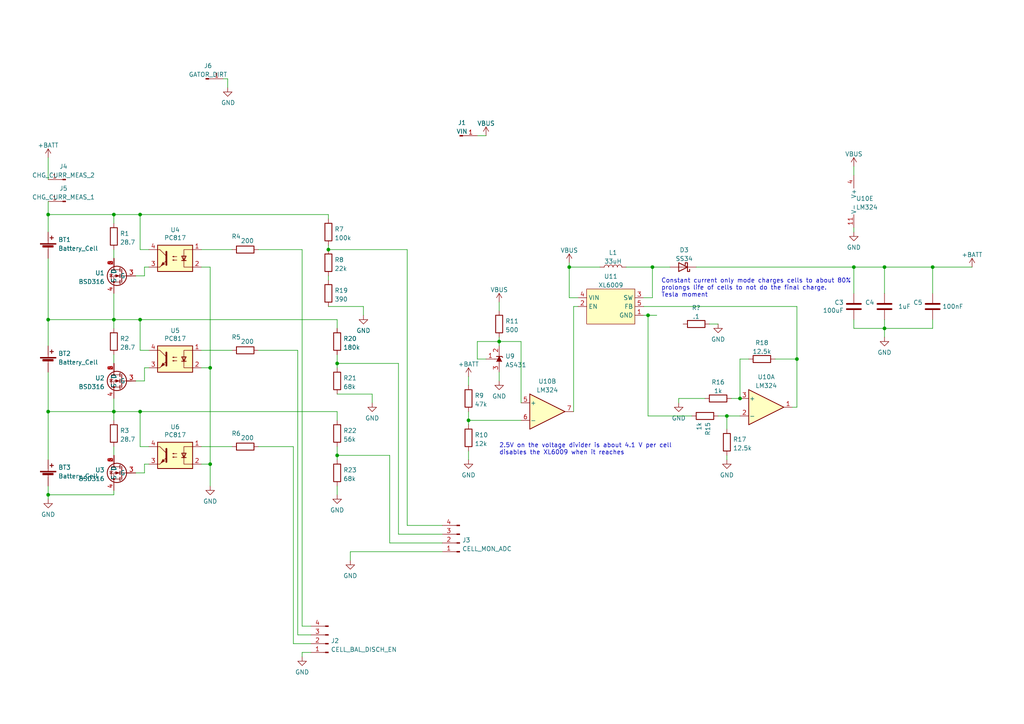
<source format=kicad_sch>
(kicad_sch (version 20211123) (generator eeschema)
  (paper "A4")
  (lib_symbols
    (symbol "1KicadLib:AS431"
      (property "Reference" "U" (at -5.08 -3.81 0))
      (property "Value" "AS431" (at -7.62 6.35 0))
      (symbol "AS431_0_1"
        (polyline (pts (xy -0.762 -0.762) (xy 0 0.762) (xy 0.762 -0.762)) (fill (type outline)))
        (polyline (pts (xy 0 -1.27) (xy 0 0) (xy 0 1.27)))
        (polyline (pts (xy 1.016 0.508) (xy 0.762 0.762) (xy -0.762 0.762) (xy -0.762 0.762)) (stroke (width 0.254)))
      )
      (symbol "AS431_1_1"
        (polyline (pts (xy -1.27 0) (xy 0 0)))
        (pin passive line (at -3.81 0 0) (length 2.54) (name "") (number "1"))
        (pin passive line (at 0 3.81 270) (length 2.54) (name "") (number "2"))
        (pin passive line (at 0 -3.81 90) (length 2.54) (name "") (number "3"))
      )
    )
    (symbol "1KicadLib:BSD316"
      (property "Reference" "U" (at -5.08 -3.81 0))
      (property "Value" "BSD316" (at -7.62 6.35 0))
      (symbol "BSD316_0_1"
        (circle (center -0.889 0) (radius 2.794) (stroke (width 0.254)))
        (circle (center 0 -1.778) (radius 0.254) (fill (type outline)))
        (polyline (pts (xy -2.286 0) (xy -5.08 0)))
        (polyline (pts (xy -2.286 1.905) (xy -2.286 -1.905)) (stroke (width 0.254)))
        (polyline (pts (xy -1.778 -1.27) (xy -1.778 -2.286)) (stroke (width 0.254)))
        (polyline (pts (xy -1.778 0.508) (xy -1.778 -0.508)) (stroke (width 0.254)))
        (polyline (pts (xy -1.778 2.286) (xy -1.778 1.27)) (stroke (width 0.254)))
        (polyline (pts (xy 0 2.54) (xy 0 1.778)))
        (polyline (pts (xy 0 -2.54) (xy 0 0) (xy -1.778 0)))
        (polyline (pts (xy -1.778 -1.778) (xy 0.762 -1.778) (xy 0.762 1.778) (xy -1.778 1.778)))
        (polyline (pts (xy -1.524 0) (xy -0.508 0.381) (xy -0.508 -0.381) (xy -1.524 0)) (fill (type outline)))
        (polyline (pts (xy 0.254 0.508) (xy 0.381 0.381) (xy 1.143 0.381) (xy 1.27 0.254)))
        (polyline (pts (xy 0.762 0.381) (xy 0.381 -0.254) (xy 1.143 -0.254) (xy 0.762 0.381)))
        (circle (center 0 1.778) (radius 0.254) (fill (type outline)))
      )
      (symbol "BSD316_1_1"
        (pin passive line (at 0 5.08 270) (length 2.54) (name "D") (number "1"))
        (pin passive line (at 0 5.08 270) (length 2.54) (name "D") (number "2"))
        (pin input line (at -6.35 0 0) (length 2.54) (name "G") (number "3"))
        (pin passive line (at 0 -5.08 90) (length 2.54) (name "S") (number "4"))
        (pin passive line (at 0 5.08 270) (length 2.54) (name "D") (number "5"))
        (pin passive line (at 0 5.08 270) (length 2.54) (name "D") (number "6"))
      )
    )
    (symbol "1KicadLib:XL6009"
      (property "Reference" "U?" (at 0.635 12.539 0))
      (property "Value" "XL6009" (at 0.635 10.0021 0))
      (symbol "XL6009_0_1"
        (rectangle (start -6.35 8.89) (end 7.62 -1.27) (stroke (width 0.1524)) (fill (type background)))
      )
      (symbol "XL6009_1_1"
        (pin input line (at 10.16 1.27 180) (length 2.54) (name "GND") (number "1"))
        (pin input line (at -8.89 3.81 0) (length 2.54) (name "EN") (number "2"))
        (pin input line (at 10.16 6.35 180) (length 2.54) (name "SW") (number "3"))
        (pin input line (at -8.89 6.35 0) (length 2.54) (name "VIN") (number "4"))
        (pin input line (at 10.16 3.81 180) (length 2.54) (name "FB") (number "5"))
      )
    )
    (symbol "Amplifier_Operational:LM324" (pin_names (offset 0.127))
      (property "Reference" "U" (at 0 5.08 0))
      (property "Value" "LM324" (at 0 -5.08 0))
      (symbol "LM324_1_1"
        (polyline (pts (xy -5.08 5.08) (xy 5.08 0) (xy -5.08 -5.08) (xy -5.08 5.08)) (stroke (width 0.254)) (fill (type background)))
        (pin output line (at 7.62 0 180) (length 2.54) (name "~") (number "1"))
        (pin input line (at -7.62 -2.54 0) (length 2.54) (name "-") (number "2"))
        (pin input line (at -7.62 2.54 0) (length 2.54) (name "+") (number "3"))
      )
      (symbol "LM324_2_1"
        (polyline (pts (xy -5.08 5.08) (xy 5.08 0) (xy -5.08 -5.08) (xy -5.08 5.08)) (stroke (width 0.254)) (fill (type background)))
        (pin input line (at -7.62 2.54 0) (length 2.54) (name "+") (number "5"))
        (pin input line (at -7.62 -2.54 0) (length 2.54) (name "-") (number "6"))
        (pin output line (at 7.62 0 180) (length 2.54) (name "~") (number "7"))
      )
      (symbol "LM324_3_1"
        (polyline (pts (xy -5.08 5.08) (xy 5.08 0) (xy -5.08 -5.08) (xy -5.08 5.08)) (stroke (width 0.254)) (fill (type background)))
        (pin input line (at -7.62 2.54 0) (length 2.54) (name "+") (number "10"))
        (pin output line (at 7.62 0 180) (length 2.54) (name "~") (number "8"))
        (pin input line (at -7.62 -2.54 0) (length 2.54) (name "-") (number "9"))
      )
      (symbol "LM324_4_1"
        (polyline (pts (xy -5.08 5.08) (xy 5.08 0) (xy -5.08 -5.08) (xy -5.08 5.08)) (stroke (width 0.254)) (fill (type background)))
        (pin input line (at -7.62 2.54 0) (length 2.54) (name "+") (number "12"))
        (pin input line (at -7.62 -2.54 0) (length 2.54) (name "-") (number "13"))
        (pin output line (at 7.62 0 180) (length 2.54) (name "~") (number "14"))
      )
      (symbol "LM324_5_1"
        (pin power_in line (at -2.54 -7.62 90) (length 3.81) (name "V-") (number "11"))
        (pin power_in line (at -2.54 7.62 270) (length 3.81) (name "V+") (number "4"))
      )
    )
    (symbol "Connector:Conn_01x01_Male" (pin_names (offset 1.016) hide)
      (property "Reference" "J" (at 0 2.54 0))
      (property "Value" "Conn_01x01_Male" (at 0 -2.54 0))
      (symbol "Conn_01x01_Male_1_1"
        (polyline (pts (xy 1.27 0) (xy 0.8636 0)) (stroke (width 0.1524)))
        (rectangle (start 0.8636 0.127) (end 0 -0.127) (stroke (width 0.1524)) (fill (type outline)))
        (pin passive line (at 5.08 0 180) (length 3.81) (name "Pin_1") (number "1"))
      )
    )
    (symbol "Connector:Conn_01x04_Male" (pin_names (offset 1.016) hide)
      (property "Reference" "J" (at 0 5.08 0))
      (property "Value" "Conn_01x04_Male" (at 0 -7.62 0))
      (symbol "Conn_01x04_Male_1_1"
        (polyline (pts (xy 1.27 -5.08) (xy 0.8636 -5.08)) (stroke (width 0.1524)))
        (polyline (pts (xy 1.27 -2.54) (xy 0.8636 -2.54)) (stroke (width 0.1524)))
        (polyline (pts (xy 1.27 0) (xy 0.8636 0)) (stroke (width 0.1524)))
        (polyline (pts (xy 1.27 2.54) (xy 0.8636 2.54)) (stroke (width 0.1524)))
        (rectangle (start 0.8636 -4.953) (end 0 -5.207) (stroke (width 0.1524)) (fill (type outline)))
        (rectangle (start 0.8636 -2.413) (end 0 -2.667) (stroke (width 0.1524)) (fill (type outline)))
        (rectangle (start 0.8636 0.127) (end 0 -0.127) (stroke (width 0.1524)) (fill (type outline)))
        (rectangle (start 0.8636 2.667) (end 0 2.413) (stroke (width 0.1524)) (fill (type outline)))
        (pin passive line (at 5.08 2.54 180) (length 3.81) (name "Pin_1") (number "1"))
        (pin passive line (at 5.08 0 180) (length 3.81) (name "Pin_2") (number "2"))
        (pin passive line (at 5.08 -2.54 180) (length 3.81) (name "Pin_3") (number "3"))
        (pin passive line (at 5.08 -5.08 180) (length 3.81) (name "Pin_4") (number "4"))
      )
    )
    (symbol "Device:Battery_Cell" (pin_numbers hide) (pin_names (offset 0) hide)
      (property "Reference" "BT" (at 2.54 2.54 0))
      (property "Value" "Battery_Cell" (at 2.54 0 0))
      (symbol "Battery_Cell_0_1"
        (rectangle (start -2.286 1.778) (end 2.286 1.524) (fill (type outline)))
        (rectangle (start -1.5748 1.1938) (end 1.4732 0.6858) (fill (type outline)))
        (polyline (pts (xy 0 0.762) (xy 0 0)))
        (polyline (pts (xy 0 1.778) (xy 0 2.54)))
        (polyline (pts (xy 0.508 3.429) (xy 1.524 3.429)) (stroke (width 0.254)))
        (polyline (pts (xy 1.016 3.937) (xy 1.016 2.921)) (stroke (width 0.254)))
      )
      (symbol "Battery_Cell_1_1"
        (pin passive line (at 0 5.08 270) (length 2.54) (name "+") (number "1"))
        (pin passive line (at 0 -2.54 90) (length 2.54) (name "-") (number "2"))
      )
    )
    (symbol "Device:C" (pin_numbers hide) (pin_names (offset 0.254))
      (property "Reference" "C" (at 0.635 2.54 0))
      (property "Value" "C" (at 0.635 -2.54 0))
      (symbol "C_0_1"
        (polyline (pts (xy -2.032 -0.762) (xy 2.032 -0.762)) (stroke (width 0.508)))
        (polyline (pts (xy -2.032 0.762) (xy 2.032 0.762)) (stroke (width 0.508)))
      )
      (symbol "C_1_1"
        (pin passive line (at 0 3.81 270) (length 2.794) (name "~") (number "1"))
        (pin passive line (at 0 -3.81 90) (length 2.794) (name "~") (number "2"))
      )
    )
    (symbol "Device:D_Schottky" (pin_numbers hide) (pin_names (offset 1.016) hide)
      (property "Reference" "D" (at 0 2.54 0))
      (property "Value" "D_Schottky" (at 0 -2.54 0))
      (symbol "D_Schottky_0_1"
        (polyline (pts (xy 1.27 0) (xy -1.27 0)))
        (polyline (pts (xy 1.27 1.27) (xy 1.27 -1.27) (xy -1.27 0) (xy 1.27 1.27)) (stroke (width 0.254)))
        (polyline (pts (xy -1.905 0.635) (xy -1.905 1.27) (xy -1.27 1.27) (xy -1.27 -1.27) (xy -0.635 -1.27) (xy -0.635 -0.635)) (stroke (width 0.254)))
      )
      (symbol "D_Schottky_1_1"
        (pin passive line (at -3.81 0 0) (length 2.54) (name "K") (number "1"))
        (pin passive line (at 3.81 0 180) (length 2.54) (name "A") (number "2"))
      )
    )
    (symbol "Device:L" (pin_numbers hide) (pin_names (offset 1.016) hide)
      (property "Reference" "L" (at -1.27 0 90))
      (property "Value" "L" (at 1.905 0 90))
      (symbol "L_0_1"
        (arc (start 0 -2.54) (mid 0.635 -1.905) (end 0 -1.27))
        (arc (start 0 -1.27) (mid 0.635 -0.635) (end 0 0))
        (arc (start 0 0) (mid 0.635 0.635) (end 0 1.27))
        (arc (start 0 1.27) (mid 0.635 1.905) (end 0 2.54))
      )
      (symbol "L_1_1"
        (pin passive line (at 0 3.81 270) (length 1.27) (name "1") (number "1"))
        (pin passive line (at 0 -3.81 90) (length 1.27) (name "2") (number "2"))
      )
    )
    (symbol "Device:R" (pin_numbers hide) (pin_names (offset 0))
      (property "Reference" "R" (at 2.032 0 90))
      (property "Value" "R" (at 0 0 90))
      (symbol "R_0_1"
        (rectangle (start -1.016 -2.54) (end 1.016 2.54) (stroke (width 0.254)))
      )
      (symbol "R_1_1"
        (pin passive line (at 0 3.81 270) (length 1.27) (name "~") (number "1"))
        (pin passive line (at 0 -3.81 90) (length 1.27) (name "~") (number "2"))
      )
    )
    (symbol "Isolator:PC817" (pin_names (offset 1.016))
      (property "Reference" "U" (at -5.08 5.08 0))
      (property "Value" "PC817" (at 0 5.08 0))
      (symbol "PC817_0_1"
        (rectangle (start -5.08 3.81) (end 5.08 -3.81) (stroke (width 0.254)) (fill (type background)))
        (polyline (pts (xy -3.175 -0.635) (xy -1.905 -0.635)) (stroke (width 0.254)))
        (polyline (pts (xy 2.54 0.635) (xy 4.445 2.54)))
        (polyline (pts (xy 4.445 -2.54) (xy 2.54 -0.635)) (fill (type outline)))
        (polyline (pts (xy 4.445 -2.54) (xy 5.08 -2.54)))
        (polyline (pts (xy 4.445 2.54) (xy 5.08 2.54)))
        (polyline (pts (xy -5.08 2.54) (xy -2.54 2.54) (xy -2.54 -0.635)))
        (polyline (pts (xy -2.54 -0.635) (xy -2.54 -2.54) (xy -5.08 -2.54)))
        (polyline (pts (xy 2.54 1.905) (xy 2.54 -1.905) (xy 2.54 -1.905)) (stroke (width 0.508)))
        (polyline (pts (xy -2.54 -0.635) (xy -3.175 0.635) (xy -1.905 0.635) (xy -2.54 -0.635)) (stroke (width 0.254)))
        (polyline (pts (xy -0.508 -0.508) (xy 0.762 -0.508) (xy 0.381 -0.635) (xy 0.381 -0.381) (xy 0.762 -0.508)))
        (polyline (pts (xy -0.508 0.508) (xy 0.762 0.508) (xy 0.381 0.381) (xy 0.381 0.635) (xy 0.762 0.508)))
        (polyline (pts (xy 3.048 -1.651) (xy 3.556 -1.143) (xy 4.064 -2.159) (xy 3.048 -1.651) (xy 3.048 -1.651)) (fill (type outline)))
      )
      (symbol "PC817_1_1"
        (pin passive line (at -7.62 2.54 0) (length 2.54) (name "~") (number "1"))
        (pin passive line (at -7.62 -2.54 0) (length 2.54) (name "~") (number "2"))
        (pin passive line (at 7.62 -2.54 180) (length 2.54) (name "~") (number "3"))
        (pin passive line (at 7.62 2.54 180) (length 2.54) (name "~") (number "4"))
      )
    )
    (symbol "power:+BATT" (power) (pin_names (offset 0))
      (property "Value" "+BATT" (at 0 3.556 0))
      (symbol "+BATT_0_1"
        (polyline (pts (xy -0.762 1.27) (xy 0 2.54)))
        (polyline (pts (xy 0 0) (xy 0 2.54)))
        (polyline (pts (xy 0 2.54) (xy 0.762 1.27)))
      )
      (symbol "+BATT_1_1"
        (pin power_in line (at 0 0 90) (length 0) hide (name "+BATT") (number "1"))
      )
    )
    (symbol "power:GND" (power) (pin_names (offset 0))
      (property "Value" "GND" (at 0 -3.81 0))
      (symbol "GND_0_1"
        (polyline (pts (xy 0 0) (xy 0 -1.27) (xy 1.27 -1.27) (xy 0 -2.54) (xy -1.27 -1.27) (xy 0 -1.27)))
      )
      (symbol "GND_1_1"
        (pin power_in line (at 0 0 270) (length 0) hide (name "GND") (number "1"))
      )
    )
    (symbol "power:VBUS" (power) (pin_names (offset 0))
      (property "Value" "VBUS" (at 0 3.81 0))
      (symbol "VBUS_0_1"
        (polyline (pts (xy -0.762 1.27) (xy 0 2.54)))
        (polyline (pts (xy 0 0) (xy 0 2.54)))
        (polyline (pts (xy 0 2.54) (xy 0.762 1.27)))
      )
      (symbol "VBUS_1_1"
        (pin power_in line (at 0 0 90) (length 0) hide (name "VBUS") (number "1"))
      )
    )
  )
  (junction (at 135.89 121.92))
  (junction (at 13.97 62.23))
  (junction (at 231.14 104.14))
  (junction (at 40.64 119.38))
  (junction (at 33.02 62.23))
  (junction (at 97.79 105.41))
  (junction (at 33.02 92.71))
  (junction (at 214.63 115.57))
  (junction (at 210.82 120.65))
  (junction (at 187.96 91.44))
  (junction (at 33.02 119.38))
  (junction (at 95.25 72.39))
  (junction (at 165.1 77.47))
  (junction (at 97.79 132.08))
  (junction (at 270.51 77.47))
  (junction (at 60.96 134.62))
  (junction (at 40.64 62.23))
  (junction (at 256.54 77.47))
  (junction (at 256.54 95.25))
  (junction (at 13.97 92.71))
  (junction (at 13.97 143.51))
  (junction (at 13.97 119.38))
  (junction (at 247.65 77.47))
  (junction (at 189.23 77.47))
  (junction (at 60.96 106.68))
  (junction (at 40.64 92.71))
  (junction (at 144.78 99.06))
  (wire (pts (xy 105.41 88.9) (xy 105.41 91.44)))
  (wire (pts (xy 74.93 72.39) (xy 87.63 72.39)))
  (wire (pts (xy 113.03 157.48) (xy 113.03 132.08)))
  (wire (pts (xy 166.37 88.9) (xy 167.64 88.9)))
  (wire (pts (xy 189.23 77.47) (xy 194.31 77.47)))
  (wire (pts (xy 33.02 62.23) (xy 13.97 62.23)))
  (wire (pts (xy 247.65 95.25) (xy 247.65 92.71)))
  (wire (pts (xy 95.25 72.39) (xy 118.11 72.39)))
  (wire (pts (xy 39.37 80.01) (xy 41.91 80.01)))
  (wire (pts (xy 135.89 121.92) (xy 151.13 121.92)))
  (wire (pts (xy 13.97 119.38) (xy 13.97 133.35)))
  (wire (pts (xy 135.89 121.92) (xy 135.89 123.19)))
  (wire (pts (xy 58.42 106.68) (xy 60.96 106.68)))
  (wire (pts (xy 33.02 95.25) (xy 33.02 92.71)))
  (wire (pts (xy 13.97 143.51) (xy 13.97 144.78)))
  (wire (pts (xy 105.41 88.9) (xy 95.25 88.9)))
  (wire (pts (xy 256.54 95.25) (xy 256.54 97.79)))
  (wire (pts (xy 87.63 181.61) (xy 87.63 72.39)))
  (wire (pts (xy 13.97 74.93) (xy 13.97 92.71)))
  (wire (pts (xy 33.02 92.71) (xy 40.64 92.71)))
  (wire (pts (xy 95.25 71.12) (xy 95.25 72.39)))
  (wire (pts (xy 166.37 88.9) (xy 166.37 119.38)))
  (wire (pts (xy 66.04 22.86) (xy 64.77 22.86)))
  (wire (pts (xy 40.64 62.23) (xy 40.64 72.39)))
  (wire (pts (xy 13.97 140.97) (xy 13.97 143.51)))
  (wire (pts (xy 135.89 119.38) (xy 135.89 121.92)))
  (wire (pts (xy 247.65 48.26) (xy 247.65 50.8)))
  (wire (pts (xy 95.25 63.5) (xy 95.25 62.23)))
  (wire (pts (xy 196.85 115.57) (xy 204.47 115.57)))
  (wire (pts (xy 165.1 77.47) (xy 173.99 77.47)))
  (wire (pts (xy 87.63 181.61) (xy 90.17 181.61)))
  (wire (pts (xy 58.42 134.62) (xy 60.96 134.62)))
  (wire (pts (xy 210.82 132.08) (xy 210.82 133.35)))
  (wire (pts (xy 40.64 72.39) (xy 43.18 72.39)))
  (wire (pts (xy 85.09 186.69) (xy 85.09 129.54)))
  (wire (pts (xy 212.09 115.57) (xy 214.63 115.57)))
  (wire (pts (xy 97.79 132.08) (xy 97.79 133.35)))
  (wire (pts (xy 128.27 154.94) (xy 115.57 154.94)))
  (wire (pts (xy 217.17 104.14) (xy 214.63 104.14)))
  (wire (pts (xy 144.78 87.63) (xy 144.78 90.17)))
  (wire (pts (xy 247.65 85.09) (xy 247.65 77.47)))
  (wire (pts (xy 40.64 62.23) (xy 95.25 62.23)))
  (wire (pts (xy 97.79 105.41) (xy 115.57 105.41)))
  (wire (pts (xy 33.02 143.51) (xy 33.02 142.24)))
  (wire (pts (xy 214.63 120.65) (xy 210.82 120.65)))
  (wire (pts (xy 43.18 106.68) (xy 41.91 106.68)))
  (wire (pts (xy 144.78 107.95) (xy 144.78 110.49)))
  (wire (pts (xy 205.74 93.98) (xy 208.28 93.98)))
  (wire (pts (xy 33.02 102.87) (xy 33.02 105.41)))
  (wire (pts (xy 151.13 116.84) (xy 151.13 99.06)))
  (wire (pts (xy 135.89 130.81) (xy 135.89 133.35)))
  (wire (pts (xy 60.96 106.68) (xy 60.96 77.47)))
  (wire (pts (xy 144.78 99.06) (xy 144.78 100.33)))
  (wire (pts (xy 165.1 86.36) (xy 167.64 86.36)))
  (wire (pts (xy 33.02 64.77) (xy 33.02 62.23)))
  (wire (pts (xy 210.82 120.65) (xy 210.82 124.46)))
  (wire (pts (xy 270.51 92.71) (xy 270.51 95.25)))
  (wire (pts (xy 247.65 77.47) (xy 256.54 77.47)))
  (wire (pts (xy 256.54 85.09) (xy 256.54 77.47)))
  (wire (pts (xy 41.91 77.47) (xy 41.91 80.01)))
  (wire (pts (xy 66.04 25.4) (xy 66.04 22.86)))
  (wire (pts (xy 74.93 129.54) (xy 85.09 129.54)))
  (wire (pts (xy 58.42 77.47) (xy 60.96 77.47)))
  (wire (pts (xy 87.63 190.5) (xy 87.63 189.23)))
  (wire (pts (xy 41.91 134.62) (xy 41.91 137.16)))
  (wire (pts (xy 97.79 132.08) (xy 113.03 132.08)))
  (wire (pts (xy 97.79 102.87) (xy 97.79 105.41)))
  (wire (pts (xy 256.54 92.71) (xy 256.54 95.25)))
  (wire (pts (xy 189.23 86.36) (xy 189.23 77.47)))
  (wire (pts (xy 97.79 119.38) (xy 97.79 121.92)))
  (wire (pts (xy 189.23 86.36) (xy 186.69 86.36)))
  (wire (pts (xy 256.54 95.25) (xy 270.51 95.25)))
  (wire (pts (xy 224.79 104.14) (xy 231.14 104.14)))
  (wire (pts (xy 165.1 76.2) (xy 165.1 77.47)))
  (wire (pts (xy 33.02 121.92) (xy 33.02 119.38)))
  (wire (pts (xy 13.97 143.51) (xy 33.02 143.51)))
  (wire (pts (xy 231.14 118.11) (xy 229.87 118.11)))
  (wire (pts (xy 135.89 109.22) (xy 135.89 111.76)))
  (wire (pts (xy 40.64 101.6) (xy 43.18 101.6)))
  (wire (pts (xy 33.02 92.71) (xy 13.97 92.71)))
  (wire (pts (xy 256.54 77.47) (xy 270.51 77.47)))
  (wire (pts (xy 33.02 129.54) (xy 33.02 132.08)))
  (wire (pts (xy 13.97 62.23) (xy 13.97 67.31)))
  (wire (pts (xy 97.79 105.41) (xy 97.79 106.68)))
  (wire (pts (xy 87.63 189.23) (xy 90.17 189.23)))
  (wire (pts (xy 256.54 95.25) (xy 247.65 95.25)))
  (wire (pts (xy 165.1 77.47) (xy 165.1 86.36)))
  (wire (pts (xy 60.96 134.62) (xy 60.96 106.68)))
  (wire (pts (xy 186.69 88.9) (xy 231.14 88.9)))
  (wire (pts (xy 86.36 101.6) (xy 86.36 184.15)))
  (wire (pts (xy 97.79 129.54) (xy 97.79 132.08)))
  (wire (pts (xy 247.65 67.31) (xy 247.65 66.04)))
  (wire (pts (xy 39.37 110.49) (xy 41.91 110.49)))
  (wire (pts (xy 60.96 140.97) (xy 60.96 134.62)))
  (wire (pts (xy 33.02 119.38) (xy 40.64 119.38)))
  (wire (pts (xy 40.64 119.38) (xy 40.64 129.54)))
  (wire (pts (xy 33.02 119.38) (xy 13.97 119.38)))
  (wire (pts (xy 189.23 77.47) (xy 181.61 77.47)))
  (wire (pts (xy 210.82 120.65) (xy 208.28 120.65)))
  (wire (pts (xy 90.17 184.15) (xy 86.36 184.15)))
  (wire (pts (xy 107.95 114.3) (xy 107.95 116.84)))
  (wire (pts (xy 58.42 129.54) (xy 67.31 129.54)))
  (wire (pts (xy 101.6 162.56) (xy 101.6 160.02)))
  (wire (pts (xy 138.43 99.06) (xy 144.78 99.06)))
  (wire (pts (xy 140.97 104.14) (xy 138.43 104.14)))
  (wire (pts (xy 115.57 154.94) (xy 115.57 105.41)))
  (wire (pts (xy 90.17 186.69) (xy 85.09 186.69)))
  (wire (pts (xy 40.64 119.38) (xy 97.79 119.38)))
  (wire (pts (xy 33.02 72.39) (xy 33.02 74.93)))
  (wire (pts (xy 33.02 85.09) (xy 33.02 92.71)))
  (wire (pts (xy 128.27 152.4) (xy 118.11 152.4)))
  (wire (pts (xy 151.13 99.06) (xy 144.78 99.06)))
  (wire (pts (xy 187.96 120.65) (xy 187.96 91.44)))
  (wire (pts (xy 107.95 114.3) (xy 97.79 114.3)))
  (wire (pts (xy 95.25 80.01) (xy 95.25 81.28)))
  (wire (pts (xy 58.42 101.6) (xy 67.31 101.6)))
  (wire (pts (xy 40.64 92.71) (xy 40.64 101.6)))
  (wire (pts (xy 97.79 92.71) (xy 97.79 95.25)))
  (wire (pts (xy 144.78 97.79) (xy 144.78 99.06)))
  (wire (pts (xy 270.51 85.09) (xy 270.51 77.47)))
  (wire (pts (xy 138.43 39.37) (xy 140.97 39.37)))
  (wire (pts (xy 41.91 106.68) (xy 41.91 110.49)))
  (wire (pts (xy 43.18 77.47) (xy 41.91 77.47)))
  (wire (pts (xy 43.18 134.62) (xy 41.91 134.62)))
  (wire (pts (xy 231.14 88.9) (xy 231.14 104.14)))
  (wire (pts (xy 118.11 152.4) (xy 118.11 72.39)))
  (wire (pts (xy 13.97 58.42) (xy 13.97 62.23)))
  (wire (pts (xy 40.64 92.71) (xy 97.79 92.71)))
  (wire (pts (xy 13.97 92.71) (xy 13.97 100.33)))
  (wire (pts (xy 58.42 72.39) (xy 67.31 72.39)))
  (wire (pts (xy 214.63 104.14) (xy 214.63 115.57)))
  (wire (pts (xy 196.85 116.84) (xy 196.85 115.57)))
  (wire (pts (xy 33.02 62.23) (xy 40.64 62.23)))
  (wire (pts (xy 187.96 91.44) (xy 186.69 91.44)))
  (wire (pts (xy 33.02 115.57) (xy 33.02 119.38)))
  (wire (pts (xy 41.91 137.16) (xy 39.37 137.16)))
  (wire (pts (xy 128.27 157.48) (xy 113.03 157.48)))
  (wire (pts (xy 200.66 120.65) (xy 187.96 120.65)))
  (wire (pts (xy 231.14 104.14) (xy 231.14 118.11)))
  (wire (pts (xy 74.93 101.6) (xy 86.36 101.6)))
  (wire (pts (xy 190.5 91.44) (xy 187.96 91.44)))
  (wire (pts (xy 97.79 140.97) (xy 97.79 143.51)))
  (wire (pts (xy 270.51 77.47) (xy 281.94 77.47)))
  (wire (pts (xy 101.6 160.02) (xy 128.27 160.02)))
  (wire (pts (xy 40.64 129.54) (xy 43.18 129.54)))
  (wire (pts (xy 138.43 104.14) (xy 138.43 99.06)))
  (wire (pts (xy 13.97 45.72) (xy 13.97 52.07)))
  (wire (pts (xy 13.97 107.95) (xy 13.97 119.38)))
  (wire (pts (xy 201.93 77.47) (xy 247.65 77.47)))
  (text "2.5V on the voltage divider is about 4.1 V per cell\ndisables the XL6009 when it reaches" (at 144.78 132.08 0) (effects (font (size 1.27 1.27)) (justify left bottom)))
  (text "Constant current only mode charges cells to about 80%\nprolongs life of cells to not do the final charge.\nTesla moment" (at 191.77 86.36 0) (effects (font (size 1.27 1.27)) (justify left bottom)))
  (symbol (lib_id "power:VBUS") (at 144.78 87.63 0) (unit 1)
    (property "Reference" "#PWR0109" (effects hide))
    (property "Value" "VBUS" (at 144.78 84.0542 0))
  )
  (symbol (lib_id "Device:R") (at 95.25 76.2 0) (unit 1)
    (property "Reference" "R8" (at 97.028 75.3653 0) (effects (justify left)))
    (property "Value" "22k" (at 97.028 77.9022 0) (effects (justify left)))
    (property "Footprint" "Resistor_SMD:R_0805_2012Metric_Pad1.20x1.40mm_HandSolder" (effects hide))
  )
  (symbol (lib_id "Device:R") (at 95.25 67.31 0) (unit 1)
    (property "Reference" "R7" (at 97.028 66.4753 0) (effects (justify left)))
    (property "Value" "100k" (at 97.028 69.0122 0) (effects (justify left)))
    (property "Footprint" "Resistor_SMD:R_0805_2012Metric_Pad1.20x1.40mm_HandSolder" (effects hide))
  )
  (symbol (lib_id "Amplifier_Operational:LM324") (at 222.25 118.11 0) (unit 1)
    (property "Reference" "U10" (at 222.25 109.3302 0))
    (property "Value" "LM324" (at 222.25 111.8671 0))
    (property "Footprint" "Package_SO:SOIC-14_3.9x8.7mm_P1.27mm" (effects hide))
    (property "Datasheet" "http://www.ti.com/lit/ds/symlink/lm2902-n.pdf" (effects hide))
  )
  (symbol (lib_id "power:GND") (at 105.41 91.44 0) (unit 1)
    (property "Reference" "#PWR0124" (effects hide))
    (property "Value" "GND" (at 105.41 95.8834 0))
  )
  (symbol (lib_id "1KicadLib:XL6009") (at 176.53 92.71 0) (unit 1)
    (property "Reference" "U11" (at 177.165 80.171 0))
    (property "Value" "XL6009" (at 177.165 82.7079 0))
    (property "Footprint" "Package_TO_SOT_SMD:TO-263-5_TabPin3" (effects hide))
  )
  (symbol (lib_id "Device:R") (at 97.79 137.16 0) (unit 1)
    (property "Reference" "R23" (at 99.568 136.3253 0) (effects (justify left)))
    (property "Value" "68k" (at 99.568 138.8622 0) (effects (justify left)))
    (property "Footprint" "Resistor_SMD:R_0805_2012Metric_Pad1.20x1.40mm_HandSolder" (effects hide))
  )
  (symbol (lib_id "1KicadLib:BSD316") (at 33.02 137.16 0) (mirror y) (unit 1)
    (property "Reference" "U3" (at 30.3531 136.3253 0) (effects (justify left)))
    (property "Value" "BSD316" (at 30.3531 138.8622 0) (effects (justify left)))
    (property "Footprint" "Package_TO_SOT_SMD:SOT-363_SC-70-6_Handsoldering" (effects hide))
  )
  (symbol (lib_id "Device:R") (at 204.47 120.65 270) (unit 1)
    (property "Reference" "R15" (at 205.3047 122.428 0) (effects (justify left)))
    (property "Value" "1k" (at 202.7678 122.428 0) (effects (justify left)))
    (property "Footprint" "Resistor_SMD:R_0805_2012Metric_Pad1.20x1.40mm_HandSolder" (effects hide))
  )
  (symbol (lib_id "Amplifier_Operational:LM324") (at 250.19 58.42 0) (unit 5)
    (property "Reference" "U10" (at 248.285 57.5853 0) (effects (justify left)))
    (property "Value" "LM324" (at 248.285 60.1222 0) (effects (justify left)))
    (property "Footprint" "Package_SO:SOIC-14_3.9x8.7mm_P1.27mm" (effects hide))
    (property "Datasheet" "http://www.ti.com/lit/ds/symlink/lm2902-n.pdf" (effects hide))
  )
  (symbol (lib_id "Device:R") (at 220.98 104.14 90) (unit 1)
    (property "Reference" "R18" (at 220.98 99.4242 90))
    (property "Value" "12.5k" (at 220.98 101.9611 90))
    (property "Footprint" "Resistor_SMD:R_0805_2012Metric_Pad1.20x1.40mm_HandSolder" (effects hide))
  )
  (symbol (lib_id "Device:R") (at 71.12 72.39 90) (unit 1)
    (property "Reference" "R4" (at 69.85 68.58 90) (effects (justify left)))
    (property "Value" "200" (at 73.66 69.85 90) (effects (justify left)))
    (property "Footprint" "Resistor_SMD:R_0805_2012Metric_Pad1.20x1.40mm_HandSolder" (effects hide))
  )
  (symbol (lib_id "power:VBUS") (at 247.65 48.26 0) (unit 1)
    (property "Reference" "#PWR0113" (effects hide))
    (property "Value" "VBUS" (at 247.65 44.6842 0))
  )
  (symbol (lib_id "Device:D_Schottky") (at 198.12 77.47 180) (unit 1)
    (property "Reference" "D3" (at 198.4375 72.5002 0))
    (property "Value" "SS34" (at 198.4375 75.0371 0))
    (property "Footprint" "Diode_SMD:D_SMA_Handsoldering" (effects hide))
  )
  (symbol (lib_id "1KicadLib:AS431") (at 144.78 104.14 0) (unit 1)
    (property "Reference" "U9" (at 146.558 103.3053 0) (effects (justify left)))
    (property "Value" "AS431" (at 146.558 105.8422 0) (effects (justify left)))
    (property "Footprint" "Package_TO_SOT_SMD:SOT-23" (effects hide))
  )
  (symbol (lib_id "power:+BATT") (at 135.89 109.22 0) (unit 1)
    (property "Reference" "#PWR0107" (effects hide))
    (property "Value" "+BATT" (at 135.89 105.6442 0))
  )
  (symbol (lib_id "Device:R") (at 33.02 125.73 0) (unit 1)
    (property "Reference" "R3" (at 34.798 124.8953 0) (effects (justify left)))
    (property "Value" "28.7" (at 34.798 127.4322 0) (effects (justify left)))
    (property "Footprint" "Resistor_SMD:R_2512_6332Metric_Pad1.40x3.35mm_HandSolder" (effects hide))
  )
  (symbol (lib_id "Isolator:PC817") (at 50.8 74.93 0) (mirror y) (unit 1)
    (property "Reference" "U4" (at 50.8 66.675 0))
    (property "Value" "PC817" (at 50.8 68.9864 0))
    (property "Footprint" "Package_SO:SOP-4_3.8x4.1mm_P2.54mm" (effects hide))
    (property "Datasheet" "http://www.soselectronic.cz/a_info/resource/d/pc817.pdf" (effects hide))
  )
  (symbol (lib_id "power:GND") (at 135.89 133.35 0) (unit 1)
    (property "Reference" "#PWR0114" (effects hide))
    (property "Value" "GND" (at 135.89 137.7934 0))
  )
  (symbol (lib_id "Device:R") (at 71.12 129.54 90) (unit 1)
    (property "Reference" "R6" (at 69.85 125.73 90) (effects (justify left)))
    (property "Value" "200" (at 73.66 127 90) (effects (justify left)))
    (property "Footprint" "Resistor_SMD:R_0805_2012Metric_Pad1.20x1.40mm_HandSolder" (effects hide))
  )
  (symbol (lib_id "Device:Battery_Cell") (at 13.97 138.43 0) (unit 1)
    (property "Reference" "BT3" (at 16.891 135.5633 0) (effects (justify left)))
    (property "Value" "Battery_Cell" (at 16.891 138.1002 0) (effects (justify left)))
    (property "Footprint" "Connector_PinHeader_2.54mm:PinHeader_1x02_P2.54mm_Vertical" (effects hide))
  )
  (symbol (lib_id "power:GND") (at 107.95 116.84 0) (unit 1)
    (property "Reference" "#PWR0129" (effects hide))
    (property "Value" "GND" (at 107.95 121.2834 0))
  )
  (symbol (lib_id "Device:R") (at 33.02 99.06 0) (unit 1)
    (property "Reference" "R2" (at 34.798 98.2253 0) (effects (justify left)))
    (property "Value" "28.7" (at 34.798 100.7622 0) (effects (justify left)))
    (property "Footprint" "Resistor_SMD:R_2512_6332Metric_Pad1.40x3.35mm_HandSolder" (effects hide))
  )
  (symbol (lib_id "Device:R") (at 210.82 128.27 0) (unit 1)
    (property "Reference" "R17" (at 212.598 127.4353 0) (effects (justify left)))
    (property "Value" "12.5k" (at 212.598 129.9722 0) (effects (justify left)))
    (property "Footprint" "Resistor_SMD:R_0805_2012Metric_Pad1.20x1.40mm_HandSolder" (effects hide))
  )
  (symbol (lib_id "power:GND") (at 101.6 162.56 0) (unit 1)
    (property "Reference" "#PWR0118" (effects hide))
    (property "Value" "GND" (at 101.6 167.0034 0))
  )
  (symbol (lib_id "Device:Battery_Cell") (at 13.97 72.39 0) (unit 1)
    (property "Reference" "BT1" (at 16.891 69.5233 0) (effects (justify left)))
    (property "Value" "Battery_Cell" (at 16.891 72.0602 0) (effects (justify left)))
    (property "Footprint" "Connector_PinHeader_2.54mm:PinHeader_1x02_P2.54mm_Vertical" (effects hide))
  )
  (symbol (lib_id "Connector:Conn_01x01_Male") (at 59.69 22.86 0) (unit 1)
    (property "Reference" "J6" (at 60.325 19.084 0))
    (property "Value" "GATOR_DIRT" (at 60.325 21.6209 0))
    (property "Footprint" "1KicadLib:GatorTestpoint" (effects hide))
  )
  (symbol (lib_id "power:GND") (at 210.82 133.35 0) (unit 1)
    (property "Reference" "#PWR0102" (effects hide))
    (property "Value" "GND" (at 210.82 137.7934 0))
  )
  (symbol (lib_id "Isolator:PC817") (at 50.8 104.14 0) (mirror y) (unit 1)
    (property "Reference" "U5" (at 50.8 95.885 0))
    (property "Value" "PC817" (at 50.8 98.1964 0))
    (property "Footprint" "Package_SO:SOP-4_3.8x4.1mm_P2.54mm" (effects hide))
    (property "Datasheet" "http://www.soselectronic.cz/a_info/resource/d/pc817.pdf" (effects hide))
  )
  (symbol (lib_id "power:VBUS") (at 140.97 39.37 0) (unit 1)
    (property "Reference" "#PWR0105" (effects hide))
    (property "Value" "VBUS" (at 140.97 35.7942 0))
  )
  (symbol (lib_id "power:GND") (at 13.97 144.78 0) (unit 1)
    (property "Reference" "#PWR0120" (effects hide))
    (property "Value" "GND" (at 13.97 149.2234 0))
  )
  (symbol (lib_id "Connector:Conn_01x01_Male") (at 19.05 58.42 180) (unit 1)
    (property "Reference" "J5" (at 18.415 54.644 0))
    (property "Value" "CHG_CURR_MEAS_1" (at 18.415 57.1809 0))
    (property "Footprint" "1KicadLib:GatorTestpoint" (effects hide))
  )
  (symbol (lib_id "1KicadLib:BSD316") (at 33.02 110.49 0) (mirror y) (unit 1)
    (property "Reference" "U2" (at 30.3531 109.6553 0) (effects (justify left)))
    (property "Value" "BSD316" (at 30.3531 112.1922 0) (effects (justify left)))
    (property "Footprint" "Package_TO_SOT_SMD:SOT-363_SC-70-6_Handsoldering" (effects hide))
  )
  (symbol (lib_id "power:+BATT") (at 281.94 77.47 0) (unit 1)
    (property "Reference" "#PWR0112" (effects hide))
    (property "Value" "+BATT" (at 281.94 73.8942 0))
  )
  (symbol (lib_id "power:GND") (at 208.28 93.98 0) (unit 1)
    (property "Reference" "#PWR?" (effects hide))
    (property "Value" "GND" (at 208.28 98.4234 0))
  )
  (symbol (lib_id "Device:L") (at 177.8 77.47 90) (unit 1)
    (property "Reference" "L1" (at 177.8 73.2622 90))
    (property "Value" "33uH" (at 177.8 75.7991 90))
    (property "Footprint" "Inductor_SMD:L_10.4x10.4_H4.8" (effects hide))
  )
  (symbol (lib_id "Device:R") (at 144.78 93.98 0) (unit 1)
    (property "Reference" "R11" (at 146.558 93.1453 0) (effects (justify left)))
    (property "Value" "500" (at 146.558 95.6822 0) (effects (justify left)))
    (property "Footprint" "Resistor_SMD:R_0805_2012Metric_Pad1.20x1.40mm_HandSolder" (effects hide))
  )
  (symbol (lib_id "power:GND") (at 87.63 190.5 0) (unit 1)
    (property "Reference" "#PWR0116" (effects hide))
    (property "Value" "GND" (at 87.63 194.9434 0))
  )
  (symbol (lib_id "power:GND") (at 247.65 67.31 0) (unit 1)
    (property "Reference" "#PWR0101" (effects hide))
    (property "Value" "GND" (at 247.65 71.7534 0))
  )
  (symbol (lib_id "Device:R") (at 97.79 99.06 0) (unit 1)
    (property "Reference" "R20" (at 99.568 98.2253 0) (effects (justify left)))
    (property "Value" "180k" (at 99.568 100.7622 0) (effects (justify left)))
    (property "Footprint" "Resistor_SMD:R_0805_2012Metric_Pad1.20x1.40mm_HandSolder" (effects hide))
  )
  (symbol (lib_id "power:GND") (at 66.04 25.4 0) (unit 1)
    (property "Reference" "#PWR0131" (effects hide))
    (property "Value" "GND" (at 66.167 29.7942 0))
  )
  (symbol (lib_id "Device:R") (at 201.93 93.98 90) (unit 1)
    (property "Reference" "R?" (at 201.93 89.2642 90))
    (property "Value" ".1" (at 201.93 91.8011 90))
    (property "Footprint" "Resistor_SMD:R_1206_3216Metric_Pad1.30x1.75mm_HandSolder" (effects hide))
  )
  (symbol (lib_id "Connector:Conn_01x04_Male") (at 133.35 157.48 180) (unit 1)
    (property "Reference" "J3" (at 134.0612 156.6453 0) (effects (justify right)))
    (property "Value" "CELL_MON_ADC" (at 134.0612 159.1822 0) (effects (justify right)))
    (property "Footprint" "Connector_PinHeader_2.54mm:PinHeader_1x04_P2.54mm_Vertical" (effects hide))
  )
  (symbol (lib_id "Device:R") (at 208.28 115.57 270) (unit 1)
    (property "Reference" "R16" (at 208.28 110.8542 90))
    (property "Value" "1k" (at 208.28 113.3911 90))
    (property "Footprint" "Resistor_SMD:R_0805_2012Metric_Pad1.20x1.40mm_HandSolder" (effects hide))
  )
  (symbol (lib_id "Device:C") (at 247.65 88.9 0) (mirror y) (unit 1)
    (property "Reference" "C3" (at 244.729 87.7316 0) (effects (justify left)))
    (property "Value" "100uF" (at 244.729 90.043 0) (effects (justify left)))
    (property "Footprint" "Capacitor_SMD:C_1210_3225Metric_Pad1.33x2.70mm_HandSolder" (effects hide))
  )
  (symbol (lib_id "Device:C") (at 256.54 88.9 0) (mirror y) (unit 1)
    (property "Reference" "C4" (at 253.619 87.7316 0) (effects (justify left)))
    (property "Value" "1uF" (at 264.16 88.9 0) (effects (justify left)))
    (property "Footprint" "Capacitor_SMD:C_0805_2012Metric_Pad1.18x1.45mm_HandSolder" (effects hide))
  )
  (symbol (lib_id "Connector:Conn_01x01_Male") (at 19.05 52.07 180) (unit 1)
    (property "Reference" "J4" (at 18.415 48.294 0))
    (property "Value" "CHG_CURR_MEAS_2" (at 18.415 50.8309 0))
    (property "Footprint" "1KicadLib:GatorTestpoint" (effects hide))
  )
  (symbol (lib_id "power:GND") (at 144.78 110.49 0) (unit 1)
    (property "Reference" "#PWR0108" (effects hide))
    (property "Value" "GND" (at 144.78 114.9334 0))
  )
  (symbol (lib_id "power:+BATT") (at 13.97 45.72 0) (unit 1)
    (property "Reference" "#PWR0115" (effects hide))
    (property "Value" "+BATT" (at 13.97 42.1442 0))
  )
  (symbol (lib_id "Device:R") (at 97.79 125.73 0) (unit 1)
    (property "Reference" "R22" (at 99.568 124.8953 0) (effects (justify left)))
    (property "Value" "56k" (at 99.568 127.4322 0) (effects (justify left)))
    (property "Footprint" "Resistor_SMD:R_0805_2012Metric_Pad1.20x1.40mm_HandSolder" (effects hide))
  )
  (symbol (lib_id "Amplifier_Operational:LM324") (at 158.75 119.38 0) (unit 2)
    (property "Reference" "U10" (at 158.75 110.6002 0))
    (property "Value" "LM324" (at 158.75 113.1371 0))
    (property "Footprint" "Package_SO:SOIC-14_3.9x8.7mm_P1.27mm" (effects hide))
    (property "Datasheet" "http://www.ti.com/lit/ds/symlink/lm2902-n.pdf" (effects hide))
  )
  (symbol (lib_id "Device:R") (at 135.89 115.57 0) (unit 1)
    (property "Reference" "R9" (at 137.668 114.7353 0) (effects (justify left)))
    (property "Value" "47k" (at 137.668 117.2722 0) (effects (justify left)))
    (property "Footprint" "Resistor_SMD:R_0805_2012Metric_Pad1.20x1.40mm_HandSolder" (effects hide))
  )
  (symbol (lib_id "Device:R") (at 135.89 127 0) (unit 1)
    (property "Reference" "R10" (at 137.668 126.1653 0) (effects (justify left)))
    (property "Value" "12k" (at 137.668 128.7022 0) (effects (justify left)))
    (property "Footprint" "Resistor_SMD:R_0805_2012Metric_Pad1.20x1.40mm_HandSolder" (effects hide))
  )
  (symbol (lib_id "Connector:Conn_01x04_Male") (at 95.25 186.69 180) (unit 1)
    (property "Reference" "J2" (at 95.9612 185.8553 0) (effects (justify right)))
    (property "Value" "CELL_BAL_DISCH_EN" (at 95.9612 188.3922 0) (effects (justify right)))
    (property "Footprint" "Connector_PinHeader_2.54mm:PinHeader_1x04_P2.54mm_Vertical" (effects hide))
  )
  (symbol (lib_id "power:GND") (at 97.79 143.51 0) (unit 1)
    (property "Reference" "#PWR0128" (effects hide))
    (property "Value" "GND" (at 97.79 147.9534 0))
  )
  (symbol (lib_id "power:GND") (at 256.54 97.79 0) (unit 1)
    (property "Reference" "#PWR0111" (effects hide))
    (property "Value" "GND" (at 256.54 102.2334 0))
  )
  (symbol (lib_id "power:GND") (at 60.96 140.97 0) (unit 1)
    (property "Reference" "#PWR0119" (effects hide))
    (property "Value" "GND" (at 60.96 145.4134 0))
  )
  (symbol (lib_id "Device:R") (at 71.12 101.6 90) (unit 1)
    (property "Reference" "R5" (at 69.85 97.79 90) (effects (justify left)))
    (property "Value" "200" (at 73.66 99.06 90) (effects (justify left)))
    (property "Footprint" "Resistor_SMD:R_0805_2012Metric_Pad1.20x1.40mm_HandSolder" (effects hide))
  )
  (symbol (lib_id "Device:R") (at 97.79 110.49 0) (unit 1)
    (property "Reference" "R21" (at 99.568 109.6553 0) (effects (justify left)))
    (property "Value" "68k" (at 99.568 112.1922 0) (effects (justify left)))
    (property "Footprint" "Resistor_SMD:R_0805_2012Metric_Pad1.20x1.40mm_HandSolder" (effects hide))
  )
  (symbol (lib_id "Device:Battery_Cell") (at 13.97 105.41 0) (unit 1)
    (property "Reference" "BT2" (at 16.891 102.5433 0) (effects (justify left)))
    (property "Value" "Battery_Cell" (at 16.891 105.0802 0) (effects (justify left)))
    (property "Footprint" "Connector_PinHeader_2.54mm:PinHeader_1x02_P2.54mm_Vertical" (effects hide))
  )
  (symbol (lib_id "Connector:Conn_01x01_Male") (at 133.35 39.37 0) (unit 1)
    (property "Reference" "J1" (at 133.985 35.594 0))
    (property "Value" "VIN" (at 133.985 38.1309 0))
    (property "Footprint" "1KicadLib:GatorTestpoint" (effects hide))
  )
  (symbol (lib_id "Device:C") (at 270.51 88.9 0) (mirror y) (unit 1)
    (property "Reference" "C5" (at 267.589 87.7316 0) (effects (justify left)))
    (property "Value" "100nF" (at 279.4 88.9 0) (effects (justify left)))
    (property "Footprint" "Capacitor_SMD:C_0805_2012Metric_Pad1.18x1.45mm_HandSolder" (effects hide))
  )
  (symbol (lib_id "Device:R") (at 33.02 68.58 0) (unit 1)
    (property "Reference" "R1" (at 34.798 67.7453 0) (effects (justify left)))
    (property "Value" "28.7" (at 34.798 70.2822 0) (effects (justify left)))
    (property "Footprint" "Resistor_SMD:R_2512_6332Metric_Pad1.40x3.35mm_HandSolder" (effects hide))
  )
  (symbol (lib_id "power:VBUS") (at 165.1 76.2 0) (unit 1)
    (property "Reference" "#PWR0103" (effects hide))
    (property "Value" "VBUS" (at 165.1 72.6242 0))
  )
  (symbol (lib_id "1KicadLib:BSD316") (at 33.02 80.01 0) (mirror y) (unit 1)
    (property "Reference" "U1" (at 30.3531 79.1753 0) (effects (justify left)))
    (property "Value" "BSD316" (at 30.3531 81.7122 0) (effects (justify left)))
    (property "Footprint" "Package_TO_SOT_SMD:SOT-363_SC-70-6_Handsoldering" (effects hide))
  )
  (symbol (lib_id "power:GND") (at 196.85 116.84 0) (unit 1)
    (property "Reference" "#PWR0106" (effects hide))
    (property "Value" "GND" (at 196.85 121.2834 0))
  )
  (symbol (lib_id "Isolator:PC817") (at 50.8 132.08 0) (mirror y) (unit 1)
    (property "Reference" "U6" (at 50.8 123.825 0))
    (property "Value" "PC817" (at 50.8 126.1364 0))
    (property "Footprint" "Package_SO:SOP-4_3.8x4.1mm_P2.54mm" (effects hide))
    (property "Datasheet" "http://www.soselectronic.cz/a_info/resource/d/pc817.pdf" (effects hide))
  )
  (symbol (lib_id "Device:R") (at 95.25 85.09 0) (unit 1)
    (property "Reference" "R19" (at 97.028 84.2553 0) (effects (justify left)))
    (property "Value" "390" (at 97.028 86.7922 0) (effects (justify left)))
    (property "Footprint" "Resistor_SMD:R_0805_2012Metric_Pad1.20x1.40mm_HandSolder" (effects hide))
  )
)
</source>
